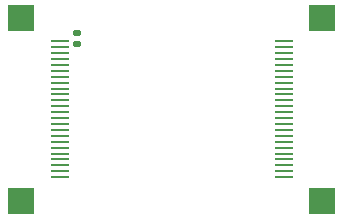
<source format=gbr>
%TF.GenerationSoftware,KiCad,Pcbnew,5.99.0-unknown-7565f60a0~106~ubuntu20.04.1*%
%TF.CreationDate,2020-12-13T15:13:58+00:00*%
%TF.ProjectId,24pin_flex_interposer,32347069-6e5f-4666-9c65-785f696e7465,rev?*%
%TF.SameCoordinates,Original*%
%TF.FileFunction,Paste,Top*%
%TF.FilePolarity,Positive*%
%FSLAX46Y46*%
G04 Gerber Fmt 4.6, Leading zero omitted, Abs format (unit mm)*
G04 Created by KiCad (PCBNEW 5.99.0-unknown-7565f60a0~106~ubuntu20.04.1) date 2020-12-13 15:13:58*
%MOMM*%
%LPD*%
G01*
G04 APERTURE LIST*
G04 Aperture macros list*
%AMRoundRect*
0 Rectangle with rounded corners*
0 $1 Rounding radius*
0 $2 $3 $4 $5 $6 $7 $8 $9 X,Y pos of 4 corners*
0 Add a 4 corners polygon primitive as box body*
4,1,4,$2,$3,$4,$5,$6,$7,$8,$9,$2,$3,0*
0 Add four circle primitives for the rounded corners*
1,1,$1+$1,$2,$3,0*
1,1,$1+$1,$4,$5,0*
1,1,$1+$1,$6,$7,0*
1,1,$1+$1,$8,$9,0*
0 Add four rect primitives between the rounded corners*
20,1,$1+$1,$2,$3,$4,$5,0*
20,1,$1+$1,$4,$5,$6,$7,0*
20,1,$1+$1,$6,$7,$8,$9,0*
20,1,$1+$1,$8,$9,$2,$3,0*%
G04 Aperture macros list end*
%ADD10RoundRect,0.140000X-0.170000X0.140000X-0.170000X-0.140000X0.170000X-0.140000X0.170000X0.140000X0*%
%ADD11R,2.200000X2.200000*%
%ADD12R,1.600000X0.250000*%
G04 APERTURE END LIST*
D10*
%TO.C,C1*%
X105500000Y-83480000D03*
X105500000Y-82520000D03*
%TD*%
D11*
%TO.C,J3*%
X100750000Y-96750000D03*
X100750000Y-81250000D03*
D12*
X104000000Y-94750000D03*
X104000000Y-94250000D03*
X104000000Y-93750000D03*
X104000000Y-93250000D03*
X104000000Y-92750000D03*
X104000000Y-92250000D03*
X104000000Y-91750000D03*
X104000000Y-91250000D03*
X104000000Y-90750000D03*
X104000000Y-90250000D03*
X104000000Y-89750000D03*
X104000000Y-89250000D03*
X104000000Y-88750000D03*
X104000000Y-88250000D03*
X104000000Y-87750000D03*
X104000000Y-87250000D03*
X104000000Y-86750000D03*
X104000000Y-86250000D03*
X104000000Y-85750000D03*
X104000000Y-85250000D03*
X104000000Y-84750000D03*
X104000000Y-84250000D03*
X104000000Y-83750000D03*
X104000000Y-83250000D03*
%TD*%
D11*
%TO.C,J1*%
X126250000Y-81250000D03*
X126250000Y-96750000D03*
D12*
X123000000Y-83250000D03*
X123000000Y-83750000D03*
X123000000Y-84250000D03*
X123000000Y-84750000D03*
X123000000Y-85250000D03*
X123000000Y-85750000D03*
X123000000Y-86250000D03*
X123000000Y-86750000D03*
X123000000Y-87250000D03*
X123000000Y-87750000D03*
X123000000Y-88250000D03*
X123000000Y-88750000D03*
X123000000Y-89250000D03*
X123000000Y-89750000D03*
X123000000Y-90250000D03*
X123000000Y-90750000D03*
X123000000Y-91250000D03*
X123000000Y-91750000D03*
X123000000Y-92250000D03*
X123000000Y-92750000D03*
X123000000Y-93250000D03*
X123000000Y-93750000D03*
X123000000Y-94250000D03*
X123000000Y-94750000D03*
%TD*%
M02*

</source>
